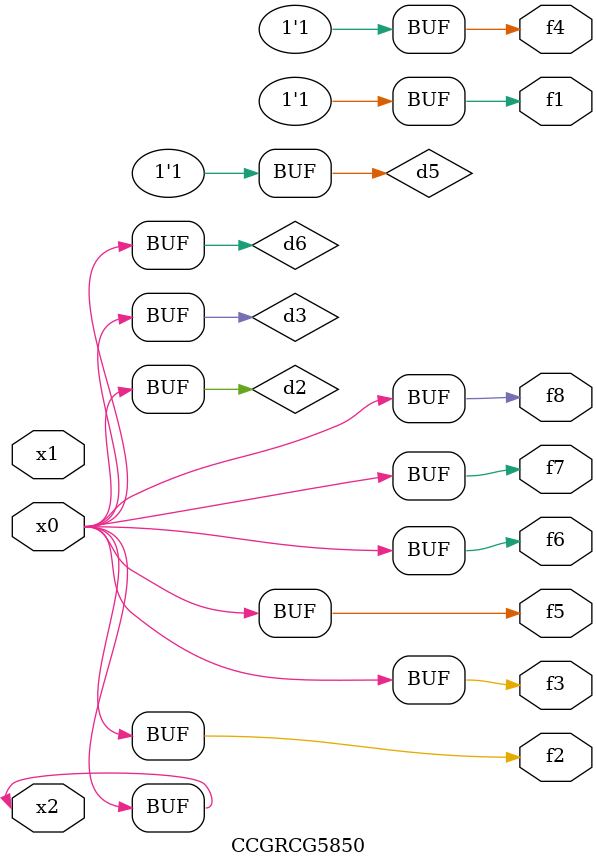
<source format=v>
module CCGRCG5850(
	input x0, x1, x2,
	output f1, f2, f3, f4, f5, f6, f7, f8
);

	wire d1, d2, d3, d4, d5, d6;

	xnor (d1, x2);
	buf (d2, x0, x2);
	and (d3, x0);
	xnor (d4, x1, x2);
	nand (d5, d1, d3);
	buf (d6, d2, d3);
	assign f1 = d5;
	assign f2 = d6;
	assign f3 = d6;
	assign f4 = d5;
	assign f5 = d6;
	assign f6 = d6;
	assign f7 = d6;
	assign f8 = d6;
endmodule

</source>
